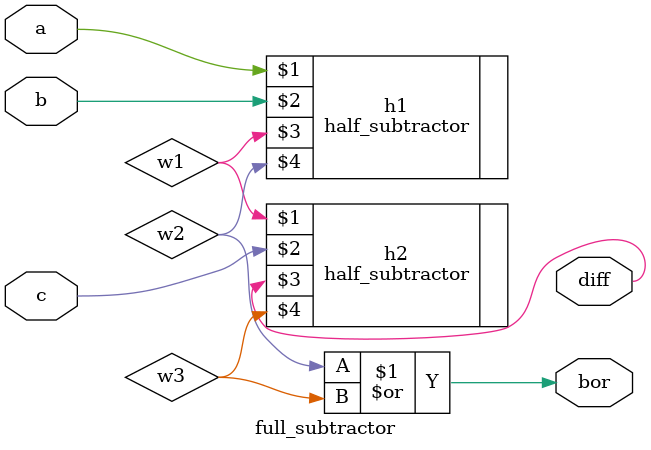
<source format=v>
`include"half_sub.v"
module full_subtractor(a,b,c,diff,bor);
  input a,b,c;
  output diff,bor;
  wire w1,w2,w3;
  half_subtractor h1(a,b,w1,w2);
  half_subtractor h2(w1,c,diff,w3);
  assign bor=w2|w3;
endmodule
</source>
